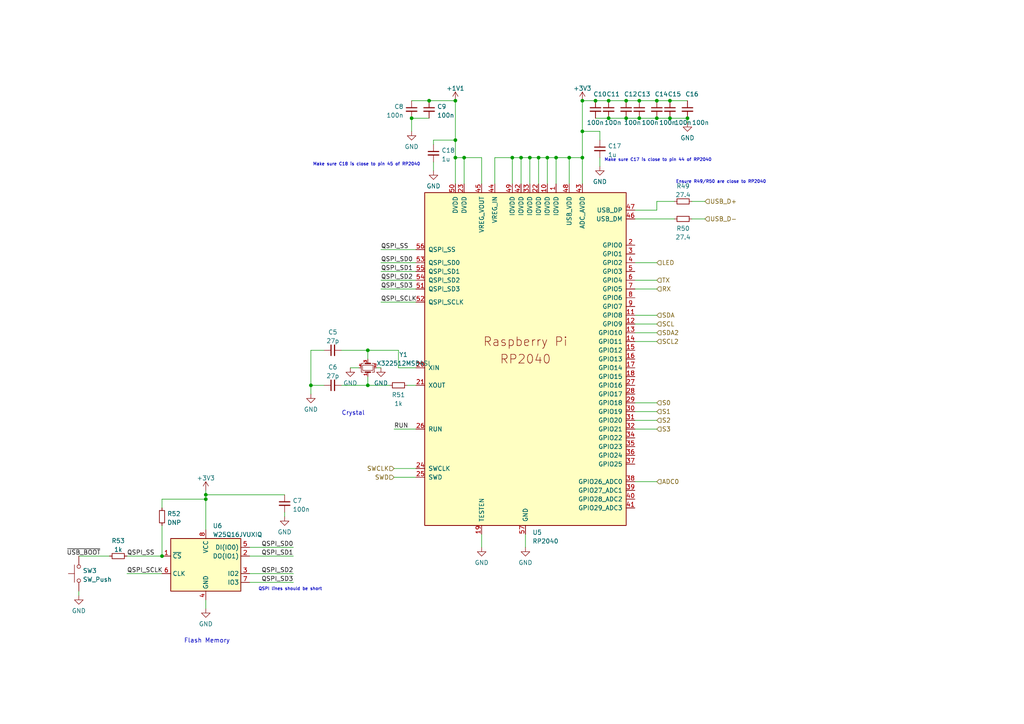
<source format=kicad_sch>
(kicad_sch (version 20231120) (generator "eeschema") (generator_version "8.0")
  (paper "A4")
  (lib_symbols
    (symbol "Device:C_Small" (pin_numbers hide) (pin_names (offset 0.254) hide)
      (property "Reference" "C" (at 0.254 1.778 0))
      (property "Value" "C_Small" (at 0.254 -2.032 0))
      (symbol "C_Small_0_1"
        (polyline (pts (xy -1.524 -0.508) (xy 1.524 -0.508)) (stroke (width 0.3302)))
        (polyline (pts (xy -1.524 0.508) (xy 1.524 0.508)) (stroke (width 0.3048)))
      )
      (symbol "C_Small_1_1"
        (pin passive line (at 0 2.54 270) (length 2.032) (name "~") (number "1"))
        (pin passive line (at 0 -2.54 90) (length 2.032) (name "~") (number "2"))
      )
    )
    (symbol "Device:Crystal_GND24_Small" (pin_names (offset 1.016) hide)
      (property "Reference" "Y" (at 1.27 4.445 0))
      (property "Value" "Crystal_GND24_Small" (at 1.27 2.54 0))
      (symbol "Crystal_GND24_Small_0_1"
        (rectangle (start -0.762 -1.524) (end 0.762 1.524))
        (polyline (pts (xy -1.27 -0.762) (xy -1.27 0.762)) (stroke (width 0.381)))
        (polyline (pts (xy 1.27 -0.762) (xy 1.27 0.762)) (stroke (width 0.381)))
        (polyline (pts (xy -1.27 -1.27) (xy -1.27 -1.905) (xy 1.27 -1.905) (xy 1.27 -1.27)))
        (polyline (pts (xy -1.27 1.27) (xy -1.27 1.905) (xy 1.27 1.905) (xy 1.27 1.27)))
      )
      (symbol "Crystal_GND24_Small_1_1"
        (pin passive line (at -2.54 0 0) (length 1.27) (name "1") (number "1"))
        (pin passive line (at 0 -2.54 90) (length 0.635) (name "2") (number "2"))
        (pin passive line (at 2.54 0 180) (length 1.27) (name "3") (number "3"))
        (pin passive line (at 0 2.54 270) (length 0.635) (name "4") (number "4"))
      )
    )
    (symbol "Device:R_Small" (pin_numbers hide) (pin_names (offset 0.254) hide)
      (property "Reference" "R" (at 0.762 0.508 0))
      (property "Value" "R_Small" (at 0.762 -1.016 0))
      (symbol "R_Small_0_1"
        (rectangle (start -0.762 1.778) (end 0.762 -1.778) (stroke (width 0.2032)))
      )
      (symbol "R_Small_1_1"
        (pin passive line (at 0 2.54 270) (length 0.762) (name "~") (number "1"))
        (pin passive line (at 0 -2.54 90) (length 0.762) (name "~") (number "2"))
      )
    )
    (symbol "Memory_Flash:W25Q128JVS"
      (property "Reference" "U" (at -8.89 8.89 0))
      (property "Value" "W25Q128JVS" (at 7.62 8.89 0))
      (symbol "W25Q128JVS_0_1"
        (rectangle (start -10.16 7.62) (end 10.16 -7.62) (stroke (width 0.254)) (fill (type background)))
      )
      (symbol "W25Q128JVS_1_1"
        (pin input line (at -12.7 2.54 0) (length 2.54) (name "~{CS}") (number "1"))
        (pin bidirectional line (at 12.7 2.54 180) (length 2.54) (name "DO(IO1)") (number "2"))
        (pin bidirectional line (at 12.7 -2.54 180) (length 2.54) (name "IO2") (number "3"))
        (pin power_in line (at 0 -10.16 90) (length 2.54) (name "GND") (number "4"))
        (pin bidirectional line (at 12.7 5.08 180) (length 2.54) (name "DI(IO0)") (number "5"))
        (pin input line (at -12.7 -2.54 0) (length 2.54) (name "CLK") (number "6"))
        (pin bidirectional line (at 12.7 -5.08 180) (length 2.54) (name "IO3") (number "7"))
        (pin power_in line (at 0 10.16 270) (length 2.54) (name "VCC") (number "8"))
      )
    )
    (symbol "Switch:SW_Push" (pin_numbers hide) (pin_names (offset 1.016) hide)
      (property "Reference" "SW" (at 1.27 2.54 0))
      (property "Value" "SW_Push" (at 0 -1.524 0))
      (symbol "SW_Push_0_1"
        (circle (center -2.032 0) (radius 0.508))
        (polyline (pts (xy 0 1.27) (xy 0 3.048)))
        (polyline (pts (xy 2.54 1.27) (xy -2.54 1.27)))
        (circle (center 2.032 0) (radius 0.508))
        (pin passive line (at -5.08 0 0) (length 2.54) (name "1") (number "1"))
        (pin passive line (at 5.08 0 180) (length 2.54) (name "2") (number "2"))
      )
    )
    (symbol "TA_Symbols:RP2040" (pin_names (offset 1.016))
      (property "Reference" "U" (at -29.21 49.53 0))
      (property "Value" "RP2040" (at 24.13 -49.53 0))
      (symbol "RP2040_0_0"
        (text "Raspberry Pi" (at 0 5.08 0) (effects (font (size 2.54 2.54))))
        (text "RP2040" (at 0 0 0) (effects (font (size 2.54 2.54))))
      )
      (symbol "RP2040_0_1"
        (rectangle (start 29.21 48.26) (end -29.21 -48.26) (stroke (width 0.254)) (fill (type background)))
      )
      (symbol "RP2040_1_1"
        (pin power_in line (at 8.89 50.8 270) (length 2.54) (name "IOVDD") (number "1"))
        (pin power_in line (at 6.35 50.8 270) (length 2.54) (name "IOVDD") (number "10"))
        (pin bidirectional line (at 31.75 12.7 180) (length 2.54) (name "GPIO8") (number "11"))
        (pin bidirectional line (at 31.75 10.16 180) (length 2.54) (name "GPIO9") (number "12"))
        (pin bidirectional line (at 31.75 7.62 180) (length 2.54) (name "GPIO10") (number "13"))
        (pin bidirectional line (at 31.75 5.08 180) (length 2.54) (name "GPIO11") (number "14"))
        (pin bidirectional line (at 31.75 2.54 180) (length 2.54) (name "GPIO12") (number "15"))
        (pin bidirectional line (at 31.75 0 180) (length 2.54) (name "GPIO13") (number "16"))
        (pin bidirectional line (at 31.75 -2.54 180) (length 2.54) (name "GPIO14") (number "17"))
        (pin bidirectional line (at 31.75 -5.08 180) (length 2.54) (name "GPIO15") (number "18"))
        (pin passive line (at -12.7 -50.8 90) (length 2.54) (name "TESTEN") (number "19"))
        (pin bidirectional line (at 31.75 33.02 180) (length 2.54) (name "GPIO0") (number "2"))
        (pin input line (at -31.75 -2.54 0) (length 2.54) (name "XIN") (number "20"))
        (pin passive line (at -31.75 -7.62 0) (length 2.54) (name "XOUT") (number "21"))
        (pin power_in line (at 3.81 50.8 270) (length 2.54) (name "IOVDD") (number "22"))
        (pin power_in line (at -17.78 50.8 270) (length 2.54) (name "DVDD") (number "23"))
        (pin output line (at -31.75 -31.75 0) (length 2.54) (name "SWCLK") (number "24"))
        (pin bidirectional line (at -31.75 -34.29 0) (length 2.54) (name "SWD") (number "25"))
        (pin input line (at -31.75 -20.32 0) (length 2.54) (name "RUN") (number "26"))
        (pin bidirectional line (at 31.75 -7.62 180) (length 2.54) (name "GPIO16") (number "27"))
        (pin bidirectional line (at 31.75 -10.16 180) (length 2.54) (name "GPIO17") (number "28"))
        (pin bidirectional line (at 31.75 -12.7 180) (length 2.54) (name "GPIO18") (number "29"))
        (pin bidirectional line (at 31.75 30.48 180) (length 2.54) (name "GPIO1") (number "3"))
        (pin bidirectional line (at 31.75 -15.24 180) (length 2.54) (name "GPIO19") (number "30"))
        (pin bidirectional line (at 31.75 -17.78 180) (length 2.54) (name "GPIO20") (number "31"))
        (pin bidirectional line (at 31.75 -20.32 180) (length 2.54) (name "GPIO21") (number "32"))
        (pin power_in line (at 1.27 50.8 270) (length 2.54) (name "IOVDD") (number "33"))
        (pin bidirectional line (at 31.75 -22.86 180) (length 2.54) (name "GPIO22") (number "34"))
        (pin bidirectional line (at 31.75 -25.4 180) (length 2.54) (name "GPIO23") (number "35"))
        (pin bidirectional line (at 31.75 -27.94 180) (length 2.54) (name "GPIO24") (number "36"))
        (pin bidirectional line (at 31.75 -30.48 180) (length 2.54) (name "GPIO25") (number "37"))
        (pin bidirectional line (at 31.75 -35.56 180) (length 2.54) (name "GPIO26_ADC0") (number "38"))
        (pin bidirectional line (at 31.75 -38.1 180) (length 2.54) (name "GPIO27_ADC1") (number "39"))
        (pin bidirectional line (at 31.75 27.94 180) (length 2.54) (name "GPIO2") (number "4"))
        (pin bidirectional line (at 31.75 -40.64 180) (length 2.54) (name "GPIO28_ADC2") (number "40"))
        (pin bidirectional line (at 31.75 -43.18 180) (length 2.54) (name "GPIO29_ADC3") (number "41"))
        (pin power_in line (at -1.27 50.8 270) (length 2.54) (name "IOVDD") (number "42"))
        (pin power_in line (at 16.51 50.8 270) (length 2.54) (name "ADC_AVDD") (number "43"))
        (pin power_in line (at -8.89 50.8 270) (length 2.54) (name "VREG_IN") (number "44"))
        (pin power_out line (at -12.7 50.8 270) (length 2.54) (name "VREG_VOUT") (number "45"))
        (pin bidirectional line (at 31.75 40.64 180) (length 2.54) (name "USB_DM") (number "46"))
        (pin bidirectional line (at 31.75 43.18 180) (length 2.54) (name "USB_DP") (number "47"))
        (pin power_in line (at 12.7 50.8 270) (length 2.54) (name "USB_VDD") (number "48"))
        (pin power_in line (at -3.81 50.8 270) (length 2.54) (name "IOVDD") (number "49"))
        (pin bidirectional line (at 31.75 25.4 180) (length 2.54) (name "GPIO3") (number "5"))
        (pin power_in line (at -20.32 50.8 270) (length 2.54) (name "DVDD") (number "50"))
        (pin bidirectional line (at -31.75 20.32 0) (length 2.54) (name "QSPI_SD3") (number "51"))
        (pin output line (at -31.75 16.51 0) (length 2.54) (name "QSPI_SCLK") (number "52"))
        (pin bidirectional line (at -31.75 27.94 0) (length 2.54) (name "QSPI_SD0") (number "53"))
        (pin bidirectional line (at -31.75 22.86 0) (length 2.54) (name "QSPI_SD2") (number "54"))
        (pin bidirectional line (at -31.75 25.4 0) (length 2.54) (name "QSPI_SD1") (number "55"))
        (pin bidirectional line (at -31.75 31.75 0) (length 2.54) (name "QSPI_SS") (number "56"))
        (pin power_in line (at 0 -50.8 90) (length 2.54) (name "GND") (number "57"))
        (pin bidirectional line (at 31.75 22.86 180) (length 2.54) (name "GPIO4") (number "6"))
        (pin bidirectional line (at 31.75 20.32 180) (length 2.54) (name "GPIO5") (number "7"))
        (pin bidirectional line (at 31.75 17.78 180) (length 2.54) (name "GPIO6") (number "8"))
        (pin bidirectional line (at 31.75 15.24 180) (length 2.54) (name "GPIO7") (number "9"))
      )
    )
    (symbol "power:+1V1" (power) (pin_names (offset 0))
      (property "Value" "+1V1" (at 0 3.556 0))
      (symbol "+1V1_0_1"
        (polyline (pts (xy -0.762 1.27) (xy 0 2.54)))
        (polyline (pts (xy 0 0) (xy 0 2.54)))
        (polyline (pts (xy 0 2.54) (xy 0.762 1.27)))
      )
      (symbol "+1V1_1_1"
        (pin power_in line (at 0 0 90) (length 0) hide (name "+1V1") (number "1"))
      )
    )
    (symbol "power:+3V3" (power) (pin_names (offset 0))
      (property "Value" "+3V3" (at 0 3.556 0))
      (symbol "+3V3_0_1"
        (polyline (pts (xy -0.762 1.27) (xy 0 2.54)))
        (polyline (pts (xy 0 0) (xy 0 2.54)))
        (polyline (pts (xy 0 2.54) (xy 0.762 1.27)))
      )
      (symbol "+3V3_1_1"
        (pin power_in line (at 0 0 90) (length 0) hide (name "+3V3") (number "1"))
      )
    )
    (symbol "power:GND" (power) (pin_names (offset 0))
      (property "Value" "GND" (at 0 -3.81 0))
      (symbol "GND_0_1"
        (polyline (pts (xy 0 0) (xy 0 -1.27) (xy 1.27 -1.27) (xy 0 -2.54) (xy -1.27 -1.27) (xy 0 -1.27)))
      )
      (symbol "GND_1_1"
        (pin power_in line (at 0 0 270) (length 0) hide (name "GND") (number "1"))
      )
    )
  )
  (junction (at 59.69 144.78))
  (junction (at 148.59 45.72))
  (junction (at 134.62 45.72))
  (junction (at 176.53 29.21))
  (junction (at 194.31 34.29))
  (junction (at 106.68 111.76))
  (junction (at 190.5 34.29))
  (junction (at 181.61 29.21))
  (junction (at 90.17 111.76))
  (junction (at 168.91 29.21))
  (junction (at 158.75 45.72))
  (junction (at 132.08 45.72))
  (junction (at 132.08 40.64))
  (junction (at 124.46 29.21))
  (junction (at 176.53 34.29))
  (junction (at 132.08 29.21))
  (junction (at 46.99 161.29))
  (junction (at 190.5 29.21))
  (junction (at 156.21 45.72))
  (junction (at 185.42 34.29))
  (junction (at 168.91 45.72))
  (junction (at 168.91 38.1))
  (junction (at 172.72 29.21))
  (junction (at 161.29 45.72))
  (junction (at 153.67 45.72))
  (junction (at 151.13 45.72))
  (junction (at 194.31 29.21))
  (junction (at 165.1 45.72))
  (junction (at 59.69 143.51))
  (junction (at 181.61 34.29))
  (junction (at 106.68 101.6))
  (junction (at 119.38 34.29))
  (junction (at 199.39 34.29))
  (junction (at 185.42 29.21))
  (wire (pts (xy 148.59 45.72) (xy 148.59 53.34)))
  (wire (pts (xy 110.49 78.74) (xy 120.65 78.74)))
  (wire (pts (xy 143.51 45.72) (xy 148.59 45.72)))
  (wire (pts (xy 176.53 34.29) (xy 181.61 34.29)))
  (wire (pts (xy 184.15 99.06) (xy 190.5 99.06)))
  (wire (pts (xy 152.4 154.94) (xy 152.4 158.75)))
  (wire (pts (xy 151.13 45.72) (xy 153.67 45.72)))
  (wire (pts (xy 90.17 111.76) (xy 90.17 114.3)))
  (wire (pts (xy 46.99 147.32) (xy 46.99 144.78)))
  (wire (pts (xy 114.3 135.89) (xy 120.65 135.89)))
  (wire (pts (xy 139.7 45.72) (xy 134.62 45.72)))
  (wire (pts (xy 173.99 45.72) (xy 173.99 48.26)))
  (wire (pts (xy 168.91 38.1) (xy 168.91 29.21)))
  (wire (pts (xy 161.29 45.72) (xy 165.1 45.72)))
  (wire (pts (xy 184.15 119.38) (xy 190.5 119.38)))
  (wire (pts (xy 156.21 45.72) (xy 156.21 53.34)))
  (wire (pts (xy 168.91 38.1) (xy 173.99 38.1)))
  (wire (pts (xy 184.15 91.44) (xy 190.5 91.44)))
  (wire (pts (xy 184.15 81.28) (xy 190.5 81.28)))
  (wire (pts (xy 194.31 34.29) (xy 199.39 34.29)))
  (wire (pts (xy 184.15 76.2) (xy 190.5 76.2)))
  (wire (pts (xy 106.68 104.14) (xy 106.68 101.6)))
  (wire (pts (xy 173.99 38.1) (xy 173.99 40.64)))
  (wire (pts (xy 139.7 53.34) (xy 139.7 45.72)))
  (wire (pts (xy 119.38 29.21) (xy 124.46 29.21)))
  (wire (pts (xy 139.7 154.94) (xy 139.7 158.75)))
  (wire (pts (xy 125.73 40.64) (xy 132.08 40.64)))
  (wire (pts (xy 110.49 87.63) (xy 120.65 87.63)))
  (wire (pts (xy 172.72 29.21) (xy 176.53 29.21)))
  (wire (pts (xy 106.68 111.76) (xy 113.03 111.76)))
  (wire (pts (xy 46.99 152.4) (xy 46.99 161.29)))
  (wire (pts (xy 199.39 34.29) (xy 199.39 35.56)))
  (wire (pts (xy 184.15 116.84) (xy 190.5 116.84)))
  (wire (pts (xy 184.15 139.7) (xy 190.5 139.7)))
  (wire (pts (xy 114.3 124.46) (xy 120.65 124.46)))
  (wire (pts (xy 125.73 41.91) (xy 125.73 40.64)))
  (wire (pts (xy 115.57 106.68) (xy 120.65 106.68)))
  (wire (pts (xy 90.17 101.6) (xy 93.98 101.6)))
  (wire (pts (xy 195.58 58.42) (xy 190.5 58.42)))
  (wire (pts (xy 184.15 83.82) (xy 190.5 83.82)))
  (wire (pts (xy 143.51 53.34) (xy 143.51 45.72)))
  (wire (pts (xy 158.75 45.72) (xy 161.29 45.72)))
  (wire (pts (xy 184.15 124.46) (xy 190.5 124.46)))
  (wire (pts (xy 151.13 45.72) (xy 151.13 53.34)))
  (wire (pts (xy 36.83 166.37) (xy 46.99 166.37)))
  (wire (pts (xy 181.61 29.21) (xy 185.42 29.21)))
  (wire (pts (xy 158.75 45.72) (xy 158.75 53.34)))
  (wire (pts (xy 190.5 34.29) (xy 194.31 34.29)))
  (wire (pts (xy 46.99 144.78) (xy 59.69 144.78)))
  (wire (pts (xy 124.46 29.21) (xy 132.08 29.21)))
  (wire (pts (xy 184.15 93.98) (xy 190.5 93.98)))
  (wire (pts (xy 153.67 45.72) (xy 156.21 45.72)))
  (wire (pts (xy 59.69 142.24) (xy 59.69 143.51)))
  (wire (pts (xy 134.62 45.72) (xy 132.08 45.72)))
  (wire (pts (xy 99.06 101.6) (xy 106.68 101.6)))
  (wire (pts (xy 72.39 158.75) (xy 85.09 158.75)))
  (wire (pts (xy 168.91 45.72) (xy 168.91 53.34)))
  (wire (pts (xy 90.17 111.76) (xy 90.17 101.6)))
  (wire (pts (xy 119.38 34.29) (xy 124.46 34.29)))
  (wire (pts (xy 148.59 45.72) (xy 151.13 45.72)))
  (wire (pts (xy 22.86 171.45) (xy 22.86 172.72)))
  (wire (pts (xy 109.22 106.68) (xy 110.49 106.68)))
  (wire (pts (xy 156.21 45.72) (xy 158.75 45.72)))
  (wire (pts (xy 36.83 161.29) (xy 46.99 161.29)))
  (wire (pts (xy 125.73 46.99) (xy 125.73 49.53)))
  (wire (pts (xy 184.15 121.92) (xy 190.5 121.92)))
  (wire (pts (xy 106.68 109.22) (xy 106.68 111.76)))
  (wire (pts (xy 118.11 111.76) (xy 120.65 111.76)))
  (wire (pts (xy 185.42 29.21) (xy 190.5 29.21)))
  (wire (pts (xy 110.49 81.28) (xy 120.65 81.28)))
  (wire (pts (xy 168.91 38.1) (xy 168.91 45.72)))
  (wire (pts (xy 110.49 76.2) (xy 120.65 76.2)))
  (wire (pts (xy 82.55 149.86) (xy 82.55 148.59)))
  (wire (pts (xy 204.47 63.5) (xy 200.66 63.5)))
  (wire (pts (xy 59.69 173.99) (xy 59.69 176.53)))
  (wire (pts (xy 59.69 143.51) (xy 59.69 144.78)))
  (wire (pts (xy 72.39 161.29) (xy 85.09 161.29)))
  (wire (pts (xy 132.08 40.64) (xy 132.08 45.72)))
  (wire (pts (xy 168.91 29.21) (xy 172.72 29.21)))
  (wire (pts (xy 106.68 101.6) (xy 115.57 101.6)))
  (wire (pts (xy 59.69 143.51) (xy 82.55 143.51)))
  (wire (pts (xy 185.42 34.29) (xy 190.5 34.29)))
  (wire (pts (xy 195.58 63.5) (xy 184.15 63.5)))
  (wire (pts (xy 90.17 111.76) (xy 93.98 111.76)))
  (wire (pts (xy 101.6 106.68) (xy 104.14 106.68)))
  (wire (pts (xy 132.08 45.72) (xy 132.08 53.34)))
  (wire (pts (xy 110.49 72.39) (xy 120.65 72.39)))
  (wire (pts (xy 190.5 60.96) (xy 190.5 58.42)))
  (wire (pts (xy 72.39 166.37) (xy 85.09 166.37)))
  (wire (pts (xy 181.61 34.29) (xy 185.42 34.29)))
  (wire (pts (xy 134.62 45.72) (xy 134.62 53.34)))
  (wire (pts (xy 161.29 45.72) (xy 161.29 53.34)))
  (wire (pts (xy 99.06 111.76) (xy 106.68 111.76)))
  (wire (pts (xy 59.69 144.78) (xy 59.69 153.67)))
  (wire (pts (xy 194.31 29.21) (xy 199.39 29.21)))
  (wire (pts (xy 190.5 29.21) (xy 194.31 29.21)))
  (wire (pts (xy 165.1 45.72) (xy 165.1 53.34)))
  (wire (pts (xy 184.15 96.52) (xy 190.5 96.52)))
  (wire (pts (xy 204.47 58.42) (xy 200.66 58.42)))
  (wire (pts (xy 72.39 168.91) (xy 85.09 168.91)))
  (wire (pts (xy 22.86 161.29) (xy 31.75 161.29)))
  (wire (pts (xy 132.08 29.21) (xy 132.08 40.64)))
  (wire (pts (xy 119.38 34.29) (xy 119.38 38.1)))
  (wire (pts (xy 110.49 83.82) (xy 120.65 83.82)))
  (wire (pts (xy 153.67 53.34) (xy 153.67 45.72)))
  (wire (pts (xy 176.53 29.21) (xy 181.61 29.21)))
  (wire (pts (xy 184.15 60.96) (xy 190.5 60.96)))
  (wire (pts (xy 114.3 138.43) (xy 120.65 138.43)))
  (wire (pts (xy 115.57 101.6) (xy 115.57 106.68)))
  (wire (pts (xy 165.1 45.72) (xy 168.91 45.72)))
  (wire (pts (xy 172.72 34.29) (xy 176.53 34.29)))
  (text "Crystal" (at 99.06 120.65 0) (effects (font (size 1.27 1.27)) (justify left bottom)))
  (text "Ensure R49/R50 are close to RP2040" (at 222.25 53.34 0) (effects (font (size 0.889 0.889)) (justify right bottom)))
  (text "Make sure C17 is close to pin 44 of RP2040" (at 175.26 46.99 0) (effects (font (size 0.889 0.889)) (justify left bottom)))
  (text "Flash Memory" (at 53.34 186.69 0) (effects (font (size 1.27 1.27)) (justify left bottom)))
  (text "QSPI lines should be short" (at 74.93 171.45 0) (effects (font (size 0.889 0.889)) (justify left bottom)))
  (text "Make sure C18 is close to pin 45 of RP2040" (at 121.92 48.26 0) (effects (font (size 0.889 0.889)) (justify right bottom)))
  (label "QSPI_SD1" (at 110.49 78.74 0))
  (label "QSPI_SS" (at 110.49 72.39 0))
  (label "QSPI_SD3" (at 85.09 168.91 180))
  (label "QSPI_SD0" (at 85.09 158.75 180))
  (label "~{USB_BOOT}" (at 29.21 161.29 180))
  (label "QSPI_SD3" (at 110.49 83.82 0))
  (label "QSPI_SD2" (at 110.49 81.28 0))
  (label "QSPI_SS" (at 36.83 161.29 0))
  (label "QSPI_SCLK" (at 110.49 87.63 0))
  (label "QSPI_SCLK" (at 36.83 166.37 0))
  (label "RUN" (at 114.3 124.46 0))
  (label "QSPI_SD1" (at 85.09 161.29 180))
  (label "QSPI_SD0" (at 110.49 76.2 0))
  (label "QSPI_SD2" (at 85.09 166.37 180))
  (hierarchical_label "S1" (shape input) (at 190.5 119.38 0))
  (hierarchical_label "ADC0" (shape input) (at 190.5 139.7 0))
  (hierarchical_label "USB_D-" (shape input) (at 204.47 63.5 0))
  (hierarchical_label "S0" (shape input) (at 190.5 116.84 0))
  (hierarchical_label "RX" (shape input) (at 190.5 83.82 0))
  (hierarchical_label "LED" (shape input) (at 190.5 76.2 0))
  (hierarchical_label "TX" (shape input) (at 190.5 81.28 0))
  (hierarchical_label "SDA2" (shape input) (at 190.5 96.52 0))
  (hierarchical_label "SWD" (shape input) (at 114.3 138.43 180))
  (hierarchical_label "SCL" (shape input) (at 190.5 93.98 0))
  (hierarchical_label "S2" (shape input) (at 190.5 121.92 0))
  (hierarchical_label "USB_D+" (shape input) (at 204.47 58.42 0))
  (hierarchical_label "S3" (shape input) (at 190.5 124.46 0))
  (hierarchical_label "SWCLK" (shape input) (at 114.3 135.89 180))
  (hierarchical_label "SCL2" (shape input) (at 190.5 99.06 0))
  (hierarchical_label "SDA" (shape input) (at 190.5 91.44 0))
  (symbol (lib_id "power:GND") (at 199.39 35.56 0) (unit 1)
    (property "Reference" "#PWR055" (effects (hide yes)))
    (property "Value" "GND" (at 199.39 40.0034 0))
  )
  (symbol (lib_id "Device:C_Small") (at 181.61 31.75 0) (unit 1)
    (property "Reference" "C12" (at 180.975 27.305 0) (effects (justify left)))
    (property "Value" "100n" (at 180.975 35.56 0) (effects (justify left)))
    (property "Footprint" "Capacitor_SMD:C_0402_1005Metric" (effects (hide yes)))
  )
  (symbol (lib_id "Device:C_Small") (at 96.52 101.6 90) (unit 1)
    (property "Reference" "C5" (at 96.5263 96.3381 90))
    (property "Value" "27p" (at 96.5263 98.875 90))
    (property "Footprint" "Capacitor_SMD:C_0402_1005Metric" (effects (hide yes)))
  )
  (symbol (lib_id "power:GND") (at 125.73 49.53 0) (unit 1)
    (property "Reference" "#PWR058" (effects (hide yes)))
    (property "Value" "GND" (at 125.73 53.9734 0))
  )
  (symbol (lib_id "Device:C_Small") (at 119.38 31.75 0) (unit 1)
    (property "Reference" "C8" (at 117.0559 30.9216 0) (effects (justify right)))
    (property "Value" "100n" (at 117.0559 33.4585 0) (effects (justify right)))
    (property "Footprint" "Capacitor_SMD:C_0402_1005Metric" (effects (hide yes)))
  )
  (symbol (lib_id "power:GND") (at 173.99 48.26 0) (unit 1)
    (property "Reference" "#PWR057" (effects (hide yes)))
    (property "Value" "GND" (at 173.99 52.7034 0))
  )
  (symbol (lib_id "power:+3V3") (at 59.69 142.24 0) (unit 1)
    (property "Reference" "#PWR050" (effects (hide yes)))
    (property "Value" "+3V3" (at 59.69 138.6642 0))
  )
  (symbol (lib_id "power:+3V3") (at 168.91 29.21 0) (unit 1)
    (property "Reference" "#PWR054" (effects (hide yes)))
    (property "Value" "+3V3" (at 168.91 25.6342 0))
  )
  (symbol (lib_id "Memory_Flash:W25Q128JVS") (at 59.69 163.83 0) (unit 1)
    (property "Reference" "U6" (at 61.7094 152.5102 0) (effects (justify left)))
    (property "Value" "W25Q16JVUXIQ" (at 61.7094 155.0471 0) (effects (justify left)))
    (property "Footprint" "easyeda2kicad:USON-8_L3.0-W2.0-P0.50-BL-EP" (effects (hide yes)))
  )
  (symbol (lib_id "Device:C_Small") (at 190.5 31.75 0) (unit 1)
    (property "Reference" "C14" (at 189.865 27.305 0) (effects (justify left)))
    (property "Value" "100n" (at 191.135 35.56 0) (effects (justify left)))
    (property "Footprint" "Capacitor_SMD:C_0402_1005Metric" (effects (hide yes)))
  )
  (symbol (lib_id "power:GND") (at 82.55 149.86 0) (unit 1)
    (property "Reference" "#PWR051" (effects (hide yes)))
    (property "Value" "GND" (at 82.55 154.3034 0))
  )
  (symbol (lib_id "Device:R_Small") (at 198.12 63.5 270) (mirror x) (unit 1)
    (property "Reference" "R50" (at 198.12 66.267 90))
    (property "Value" "27.4" (at 198.12 68.8039 90))
    (property "Footprint" "Resistor_SMD:R_0402_1005Metric" (effects (hide yes)))
  )
  (symbol (lib_id "Device:R_Small") (at 46.99 149.86 0) (unit 1)
    (property "Reference" "R52" (at 48.4886 149.0253 0) (effects (justify left)))
    (property "Value" "DNP" (at 48.4886 151.5622 0) (effects (justify left)))
    (property "Footprint" "Resistor_SMD:R_0402_1005Metric" (effects (hide yes)))
  )
  (symbol (lib_id "Device:C_Small") (at 96.52 111.76 90) (unit 1)
    (property "Reference" "C6" (at 96.5263 106.4981 90))
    (property "Value" "27p" (at 96.5263 109.035 90))
    (property "Footprint" "Capacitor_SMD:C_0402_1005Metric" (effects (hide yes)))
  )
  (symbol (lib_id "Device:C_Small") (at 124.46 31.75 0) (unit 1)
    (property "Reference" "C9" (at 126.7841 30.9216 0) (effects (justify left)))
    (property "Value" "100n" (at 126.7841 33.4585 0) (effects (justify left)))
    (property "Footprint" "Capacitor_SMD:C_0402_1005Metric" (effects (hide yes)))
  )
  (symbol (lib_id "power:GND") (at 22.86 172.72 0) (unit 1)
    (property "Reference" "#PWR0101" (effects (hide yes)))
    (property "Value" "GND" (at 22.86 177.1634 0))
  )
  (symbol (lib_id "power:GND") (at 119.38 38.1 0) (unit 1)
    (property "Reference" "#PWR056" (effects (hide yes)))
    (property "Value" "GND" (at 119.38 42.5434 0))
  )
  (symbol (lib_id "Device:R_Small") (at 34.29 161.29 90) (unit 1)
    (property "Reference" "R53" (at 34.29 156.8536 90))
    (property "Value" "1k" (at 34.29 159.3905 90))
    (property "Footprint" "Resistor_SMD:R_0402_1005Metric" (effects (hide yes)))
  )
  (symbol (lib_id "Device:Crystal_GND24_Small") (at 106.68 106.68 90) (unit 1)
    (property "Reference" "Y1" (at 117.0101 102.8533 90))
    (property "Value" "X322512MSB4SI" (at 117.0101 105.3902 90))
    (property "Footprint" "Crystal:Crystal_SMD_3225-4Pin_3.2x2.5mm" (effects (hide yes)))
  )
  (symbol (lib_id "Switch:SW_Push") (at 22.86 166.37 90) (unit 1)
    (property "Reference" "SW3" (at 24.003 165.5353 90) (effects (justify right)))
    (property "Value" "SW_Push" (at 24.003 168.0722 90) (effects (justify right)))
    (property "Footprint" "Button_Switch_SMD:SW_SPST_EVQP2" (effects (hide yes)))
  )
  (symbol (lib_id "Device:C_Small") (at 176.53 31.75 0) (unit 1)
    (property "Reference" "C11" (at 175.895 27.305 0) (effects (justify left)))
    (property "Value" "100n" (at 175.26 35.56 0) (effects (justify left)))
    (property "Footprint" "Capacitor_SMD:C_0402_1005Metric" (effects (hide yes)))
  )
  (symbol (lib_id "Device:R_Small") (at 198.12 58.42 270) (mirror x) (unit 1)
    (property "Reference" "R49" (at 198.12 53.9836 90))
    (property "Value" "27.4" (at 198.12 56.5205 90))
    (property "Footprint" "Resistor_SMD:R_0402_1005Metric" (effects (hide yes)))
  )
  (symbol (lib_id "power:GND") (at 152.4 158.75 0) (unit 1)
    (property "Reference" "#PWR049" (effects (hide yes)))
    (property "Value" "GND" (at 152.4 163.1934 0))
  )
  (symbol (lib_id "Device:C_Small") (at 199.39 31.75 0) (unit 1)
    (property "Reference" "C16" (at 198.755 27.305 0) (effects (justify left)))
    (property "Value" "100n" (at 200.66 35.56 0) (effects (justify left)))
    (property "Footprint" "Capacitor_SMD:C_0402_1005Metric" (effects (hide yes)))
  )
  (symbol (lib_id "Device:C_Small") (at 173.99 43.18 0) (unit 1)
    (property "Reference" "C17" (at 176.3141 42.3516 0) (effects (justify left)))
    (property "Value" "1u" (at 176.3141 44.8885 0) (effects (justify left)))
    (property "Footprint" "Capacitor_SMD:C_0402_1005Metric" (effects (hide yes)))
  )
  (symbol (lib_id "power:GND") (at 90.17 114.3 0) (unit 1)
    (property "Reference" "#PWR048" (effects (hide yes)))
    (property "Value" "GND" (at 90.17 118.7434 0))
  )
  (symbol (lib_id "Device:C_Small") (at 194.31 31.75 0) (unit 1)
    (property "Reference" "C15" (at 193.675 27.305 0) (effects (justify left)))
    (property "Value" "100n" (at 195.58 35.56 0) (effects (justify left)))
    (property "Footprint" "Capacitor_SMD:C_0402_1005Metric" (effects (hide yes)))
  )
  (symbol (lib_id "Device:C_Small") (at 82.55 146.05 0) (unit 1)
    (property "Reference" "C7" (at 84.8741 145.2216 0) (effects (justify left)))
    (property "Value" "100n" (at 84.8741 147.7585 0) (effects (justify left)))
    (property "Footprint" "Capacitor_SMD:C_0402_1005Metric" (effects (hide yes)))
  )
  (symbol (lib_id "Device:R_Small") (at 115.57 111.76 270) (unit 1)
    (property "Reference" "R51" (at 115.57 114.527 90))
    (property "Value" "1k" (at 115.57 117.0639 90))
    (property "Footprint" "Resistor_SMD:R_0402_1005Metric" (effects (hide yes)))
  )
  (symbol (lib_id "Device:C_Small") (at 125.73 44.45 0) (unit 1)
    (property "Reference" "C18" (at 128.0541 43.6216 0) (effects (justify left)))
    (property "Value" "1u" (at 128.0541 46.1585 0) (effects (justify left)))
    (property "Footprint" "Capacitor_SMD:C_0402_1005Metric" (effects (hide yes)))
  )
  (symbol (lib_id "power:GND") (at 139.7 158.75 0) (unit 1)
    (property "Reference" "#PWR059" (effects (hide yes)))
    (property "Value" "GND" (at 139.7 163.1934 0))
  )
  (symbol (lib_id "Device:C_Small") (at 185.42 31.75 0) (unit 1)
    (property "Reference" "C13" (at 184.785 27.305 0) (effects (justify left)))
    (property "Value" "100n" (at 186.055 35.56 0) (effects (justify left)))
    (property "Footprint" "Capacitor_SMD:C_0402_1005Metric" (effects (hide yes)))
  )
  (symbol (lib_id "power:+1V1") (at 132.08 29.21 0) (unit 1)
    (property "Reference" "#PWR053" (effects (hide yes)))
    (property "Value" "+1V1" (at 132.08 25.6342 0))
  )
  (symbol (lib_id "Device:C_Small") (at 172.72 31.75 0) (unit 1)
    (property "Reference" "C10" (at 172.085 27.305 0) (effects (justify left)))
    (property "Value" "100n" (at 170.18 35.56 0) (effects (justify left)))
    (property "Footprint" "Capacitor_SMD:C_0402_1005Metric" (effects (hide yes)))
  )
  (symbol (lib_id "power:GND") (at 110.49 106.68 0) (unit 1)
    (property "Reference" "#PWR0108" (effects (hide yes)))
    (property "Value" "GND" (at 110.49 111.1234 0))
  )
  (symbol (lib_id "TA_Symbols:RP2040") (at 152.4 104.14 0) (unit 1)
    (property "Reference" "U5" (at 154.4194 154.4304 0) (effects (justify left)))
    (property "Value" "RP2040" (at 154.4194 156.9673 0) (effects (justify left)))
    (property "Footprint" "ta_library:RP2040-QFN-56" (effects (hide yes)))
  )
  (symbol (lib_id "power:GND") (at 101.6 106.68 0) (unit 1)
    (property "Reference" "#PWR0109" (effects (hide yes)))
    (property "Value" "GND" (at 101.6 111.1234 0))
  )
  (symbol (lib_id "power:GND") (at 59.69 176.53 0) (unit 1)
    (property "Reference" "#PWR052" (effects (hide yes)))
    (property "Value" "GND" (at 59.69 180.9734 0))
  )
)
</source>
